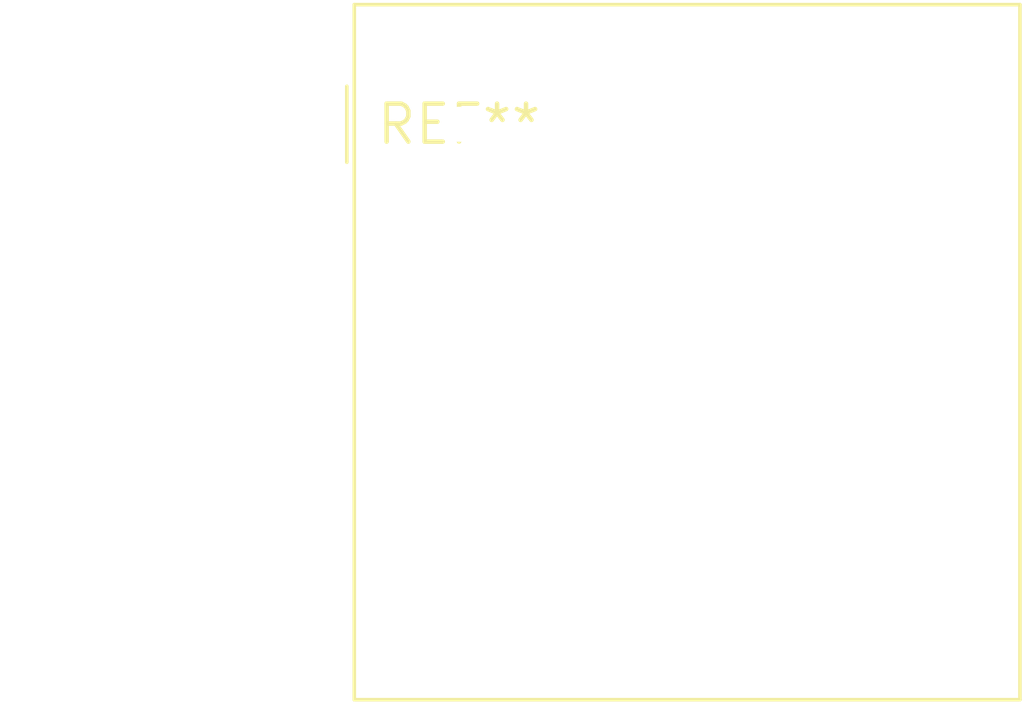
<source format=kicad_pcb>
(kicad_pcb (version 20240108) (generator pcbnew)
  (layers (0 "F.Cu" signal) (31 "B.Cu" signal) (34 "B.Paste" user) (35 "F.Paste" user) (36 "B.SilkS" user "B.Silkscreen") (37 "F.SilkS" user "F.Silkscreen") (38 "B.Mask" user) (39 "F.Mask" user) (44 "Edge.Cuts" user))
  (net 0 "")
  (footprint "Transformer_Wuerth_750343373" (layer "F.Cu") (at 0 0)
    (property "Reference" "REF**")
    (property "Value" "Transformer_Wuerth_750343373")
    (fp_line (start -3.75 -1.27) (end -3.75 1.27) (layer "F.SilkS") (stroke (width 0.12)))
    (fp_line (start -3.5 -4) (end 18.74 -4) (layer "F.SilkS") (stroke (width 0.12)))
    (fp_line (start -3.5 19.24) (end -3.5 -4) (layer "F.SilkS") (stroke (width 0.12)))
    (fp_line (start 18.74 -4) (end 18.74 19.24) (layer "F.SilkS") (stroke (width 0.12)))
    (fp_line (start 18.74 19.24) (end -3.5 19.24) (layer "F.SilkS") (stroke (width 0.12)))
    (pad "1" thru_hole roundrect (at 0 0) (size 2.17 2.17) (drill 1.17) (layers *.Cu *.Mask) (remove_unused_layers))
    (pad "2" thru_hole circle (at 0 3.81) (size 2.17 2.17) (drill 1.17) (layers *.Cu *.Mask) (remove_unused_layers))
    (pad "3" thru_hole circle (at 0 7.62) (size 2.17 2.17) (drill 1.17) (layers *.Cu *.Mask) (remove_unused_layers))
    (pad "4" thru_hole circle (at 0 11.43) (size 2.17 2.17) (drill 1.17) (layers *.Cu *.Mask) (remove_unused_layers))
    (pad "5" thru_hole circle (at 0 15.24) (size 2.17 2.17) (drill 1.17) (layers *.Cu *.Mask) (remove_unused_layers))
    (pad "6" thru_hole circle (at 15.24 15.24) (size 2.17 2.17) (drill 1.17) (layers *.Cu *.Mask) (remove_unused_layers))
    (pad "7" thru_hole circle (at 15.24 11.43) (size 2.17 2.17) (drill 1.17) (layers *.Cu *.Mask) (remove_unused_layers))
    (pad "8" thru_hole circle (at 15.24 7.62) (size 2.17 2.17) (drill 1.17) (layers *.Cu *.Mask) (remove_unused_layers))
    (pad "9" thru_hole circle (at 15.24 3.81) (size 2.17 2.17) (drill 1.17) (layers *.Cu *.Mask) (remove_unused_layers))
    (pad "10" thru_hole circle (at 15.24 0) (size 2.17 2.17) (drill 1.17) (layers *.Cu *.Mask) (remove_unused_layers))
  )
)
</source>
